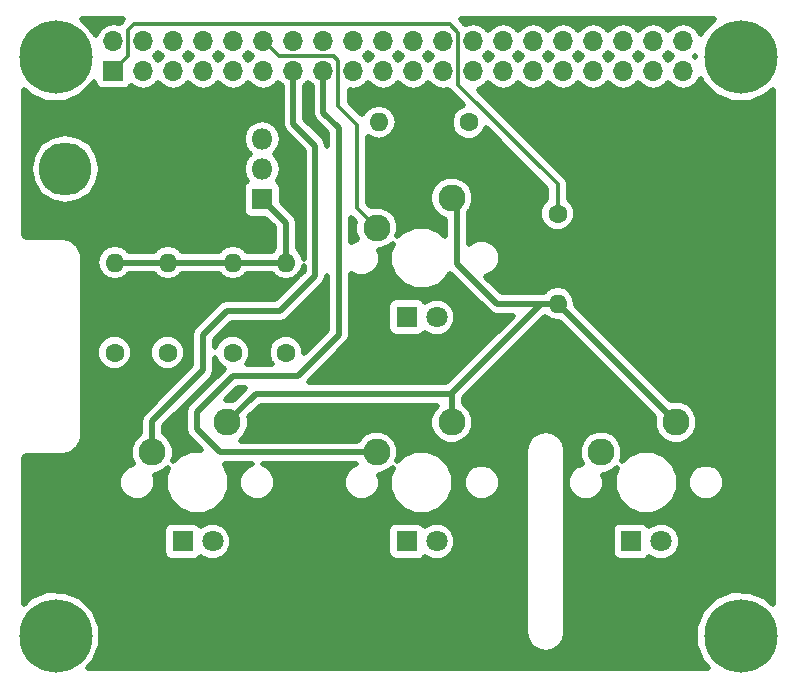
<source format=gtl>
G04 #@! TF.FileFunction,Copper,L1,Top,Signal*
%FSLAX46Y46*%
G04 Gerber Fmt 4.6, Leading zero omitted, Abs format (unit mm)*
G04 Created by KiCad (PCBNEW 4.0.6) date 07/21/17 15:12:10*
%MOMM*%
%LPD*%
G01*
G04 APERTURE LIST*
%ADD10C,0.100000*%
%ADD11O,4.500000X4.500000*%
%ADD12R,1.800000X1.800000*%
%ADD13O,1.800000X1.800000*%
%ADD14C,6.200000*%
%ADD15C,1.800000*%
%ADD16R,1.700000X1.700000*%
%ADD17O,1.700000X1.700000*%
%ADD18C,2.286000*%
%ADD19C,1.600000*%
%ADD20O,1.600000X1.600000*%
%ADD21C,0.375000*%
%ADD22C,0.500000*%
G04 APERTURE END LIST*
D10*
D11*
X48340000Y-86460000D03*
D12*
X65000000Y-89000000D03*
D13*
X65000000Y-86460000D03*
X65000000Y-83920000D03*
D14*
X47500000Y-126000000D03*
X105500000Y-126000000D03*
X105500000Y-77000000D03*
D12*
X77250000Y-99000000D03*
D15*
X79790000Y-99000000D03*
D12*
X58250000Y-118000000D03*
D15*
X60790000Y-118000000D03*
D12*
X77250000Y-118000000D03*
D15*
X79790000Y-118000000D03*
D12*
X96250000Y-118000000D03*
D15*
X98790000Y-118000000D03*
D16*
X52400000Y-78200000D03*
D17*
X52400000Y-75660000D03*
X54940000Y-78200000D03*
X54940000Y-75660000D03*
X57480000Y-78200000D03*
X57480000Y-75660000D03*
X60020000Y-78200000D03*
X60020000Y-75660000D03*
X62560000Y-78200000D03*
X62560000Y-75660000D03*
X65100000Y-78200000D03*
X65100000Y-75660000D03*
X67640000Y-78200000D03*
X67640000Y-75660000D03*
X70180000Y-78200000D03*
X70180000Y-75660000D03*
X72720000Y-78200000D03*
X72720000Y-75660000D03*
X75260000Y-78200000D03*
X75260000Y-75660000D03*
X77800000Y-78200000D03*
X77800000Y-75660000D03*
X80340000Y-78200000D03*
X80340000Y-75660000D03*
X82880000Y-78200000D03*
X82880000Y-75660000D03*
X85420000Y-78200000D03*
X85420000Y-75660000D03*
X87960000Y-78200000D03*
X87960000Y-75660000D03*
X90500000Y-78200000D03*
X90500000Y-75660000D03*
X93040000Y-78200000D03*
X93040000Y-75660000D03*
X95580000Y-78200000D03*
X95580000Y-75660000D03*
X98120000Y-78200000D03*
X98120000Y-75660000D03*
X100660000Y-78200000D03*
X100660000Y-75660000D03*
D18*
X81040000Y-88920000D03*
X74690000Y-91460000D03*
X62040000Y-107920000D03*
X55690000Y-110460000D03*
X81040000Y-107920000D03*
X74690000Y-110460000D03*
X100040000Y-107920000D03*
X93690000Y-110460000D03*
D14*
X47500000Y-77000000D03*
D19*
X90000000Y-90250000D03*
D20*
X90000000Y-97870000D03*
D19*
X82500000Y-82500000D03*
D20*
X74880000Y-82500000D03*
D19*
X62500000Y-102000000D03*
D20*
X62500000Y-94380000D03*
D19*
X67000000Y-102000000D03*
D20*
X67000000Y-94380000D03*
D19*
X52500000Y-102000000D03*
D20*
X52500000Y-94380000D03*
D19*
X57000000Y-102000000D03*
D20*
X57000000Y-94380000D03*
D21*
X90000000Y-90250000D02*
X90000000Y-87750000D01*
X53670000Y-76930000D02*
X52400000Y-78200000D01*
X53670000Y-74700000D02*
X53670000Y-76930000D01*
X54150000Y-74220000D02*
X53670000Y-74700000D01*
X80880000Y-74220000D02*
X54150000Y-74220000D01*
X81610000Y-74950000D02*
X80880000Y-74220000D01*
X81610000Y-79360000D02*
X81610000Y-74950000D01*
X90000000Y-87750000D02*
X81610000Y-79360000D01*
X65100000Y-75660000D02*
X65160000Y-75660000D01*
X65160000Y-75660000D02*
X66425000Y-76925000D01*
X66425000Y-76925000D02*
X71075000Y-76925000D01*
X71075000Y-76925000D02*
X71450000Y-77300000D01*
X71450000Y-77300000D02*
X71450000Y-81150000D01*
X71450000Y-81150000D02*
X73000000Y-82700000D01*
X73000000Y-82700000D02*
X73000000Y-89770000D01*
X73000000Y-89770000D02*
X74690000Y-91460000D01*
D22*
X55690000Y-110460000D02*
X55690000Y-107810000D01*
X67640000Y-82640000D02*
X67640000Y-78200000D01*
X69500000Y-84500000D02*
X67640000Y-82640000D01*
X69500000Y-95500000D02*
X69500000Y-84500000D01*
X66500000Y-98500000D02*
X69500000Y-95500000D01*
X62000000Y-98500000D02*
X66500000Y-98500000D01*
X60000000Y-100500000D02*
X62000000Y-98500000D01*
X60000000Y-103500000D02*
X60000000Y-100500000D01*
X55690000Y-107810000D02*
X60000000Y-103500000D01*
X55690000Y-110460000D02*
X56040000Y-110460000D01*
X74690000Y-110460000D02*
X61460000Y-110460000D01*
X70180000Y-81680000D02*
X70180000Y-78200000D01*
X71500000Y-83000000D02*
X70180000Y-81680000D01*
X71500000Y-100500000D02*
X71500000Y-83000000D01*
X68000000Y-104000000D02*
X71500000Y-100500000D01*
X62500000Y-104000000D02*
X68000000Y-104000000D01*
X59500000Y-107000000D02*
X62500000Y-104000000D01*
X59500000Y-108500000D02*
X59500000Y-107000000D01*
X61460000Y-110460000D02*
X59500000Y-108500000D01*
X93690000Y-110460000D02*
X94540000Y-110460000D01*
X67000000Y-94380000D02*
X67000000Y-91000000D01*
X67000000Y-91000000D02*
X65000000Y-89000000D01*
X62500000Y-94380000D02*
X67000000Y-94380000D01*
X57000000Y-94380000D02*
X62500000Y-94380000D01*
X52500000Y-94380000D02*
X57000000Y-94380000D01*
X81040000Y-105500000D02*
X64460000Y-105500000D01*
X64460000Y-105500000D02*
X62040000Y-107920000D01*
X90000000Y-97870000D02*
X88630000Y-97870000D01*
X81040000Y-105460000D02*
X81040000Y-105500000D01*
X81040000Y-105500000D02*
X81040000Y-107920000D01*
X88630000Y-97870000D02*
X81040000Y-105460000D01*
X90000000Y-97870000D02*
X90000000Y-97880000D01*
X90000000Y-97880000D02*
X100040000Y-107920000D01*
X90000000Y-97870000D02*
X84870000Y-97870000D01*
X81500000Y-94500000D02*
X81500000Y-89380000D01*
X84870000Y-97870000D02*
X81500000Y-94500000D01*
X81500000Y-89380000D02*
X81040000Y-88920000D01*
G36*
X102234226Y-79178001D02*
X103316303Y-80261968D01*
X104730828Y-80849330D01*
X106262453Y-80850667D01*
X107678001Y-80265774D01*
X108200000Y-79744685D01*
X108200000Y-123255237D01*
X107683697Y-122738032D01*
X106269172Y-122150670D01*
X104737547Y-122149333D01*
X103321999Y-122734226D01*
X102238032Y-123816303D01*
X101650670Y-125230828D01*
X101649333Y-126762453D01*
X102234226Y-128178001D01*
X102755315Y-128700000D01*
X50244763Y-128700000D01*
X50761968Y-128183697D01*
X51349330Y-126769172D01*
X51350667Y-125237547D01*
X50765774Y-123821999D01*
X49683697Y-122738032D01*
X48269172Y-122150670D01*
X46737547Y-122149333D01*
X45321999Y-122734226D01*
X44800000Y-123255315D01*
X44800000Y-117100000D01*
X56585307Y-117100000D01*
X56585307Y-118900000D01*
X56637604Y-119177933D01*
X56801862Y-119433198D01*
X57052492Y-119604446D01*
X57350000Y-119664693D01*
X59150000Y-119664693D01*
X59427933Y-119612396D01*
X59683198Y-119448138D01*
X59772998Y-119316712D01*
X59854130Y-119397986D01*
X60460355Y-119649713D01*
X61116765Y-119650285D01*
X61723429Y-119399617D01*
X62187986Y-118935870D01*
X62439713Y-118329645D01*
X62440285Y-117673235D01*
X62203430Y-117100000D01*
X75585307Y-117100000D01*
X75585307Y-118900000D01*
X75637604Y-119177933D01*
X75801862Y-119433198D01*
X76052492Y-119604446D01*
X76350000Y-119664693D01*
X78150000Y-119664693D01*
X78427933Y-119612396D01*
X78683198Y-119448138D01*
X78772998Y-119316712D01*
X78854130Y-119397986D01*
X79460355Y-119649713D01*
X80116765Y-119650285D01*
X80723429Y-119399617D01*
X81187986Y-118935870D01*
X81439713Y-118329645D01*
X81440285Y-117673235D01*
X81189617Y-117066571D01*
X80725870Y-116602014D01*
X80119645Y-116350287D01*
X79463235Y-116349715D01*
X78856571Y-116600383D01*
X78773261Y-116683547D01*
X78698138Y-116566802D01*
X78447508Y-116395554D01*
X78150000Y-116335307D01*
X76350000Y-116335307D01*
X76072067Y-116387604D01*
X75816802Y-116551862D01*
X75645554Y-116802492D01*
X75585307Y-117100000D01*
X62203430Y-117100000D01*
X62189617Y-117066571D01*
X61725870Y-116602014D01*
X61119645Y-116350287D01*
X60463235Y-116349715D01*
X59856571Y-116600383D01*
X59773261Y-116683547D01*
X59698138Y-116566802D01*
X59447508Y-116395554D01*
X59150000Y-116335307D01*
X57350000Y-116335307D01*
X57072067Y-116387604D01*
X56816802Y-116551862D01*
X56645554Y-116802492D01*
X56585307Y-117100000D01*
X44800000Y-117100000D01*
X44800000Y-111078791D01*
X44829703Y-110929462D01*
X44869661Y-110869661D01*
X44929462Y-110829703D01*
X45078791Y-110800000D01*
X48000000Y-110800000D01*
X48077281Y-110784628D01*
X48156072Y-110784628D01*
X48538749Y-110708509D01*
X48538755Y-110708509D01*
X48827139Y-110589056D01*
X49151561Y-110372284D01*
X49151564Y-110372283D01*
X49261923Y-110261923D01*
X49372283Y-110151564D01*
X49372284Y-110151561D01*
X49589056Y-109827139D01*
X49708509Y-109538755D01*
X49708509Y-109538750D01*
X49784628Y-109156072D01*
X49784628Y-109077281D01*
X49800000Y-109000000D01*
X49800000Y-102306961D01*
X50949732Y-102306961D01*
X51185208Y-102876857D01*
X51620849Y-103313260D01*
X52190333Y-103549730D01*
X52806961Y-103550268D01*
X53376857Y-103314792D01*
X53813260Y-102879151D01*
X54049730Y-102309667D01*
X54049732Y-102306961D01*
X55449732Y-102306961D01*
X55685208Y-102876857D01*
X56120849Y-103313260D01*
X56690333Y-103549730D01*
X57306961Y-103550268D01*
X57876857Y-103314792D01*
X58313260Y-102879151D01*
X58549730Y-102309667D01*
X58550268Y-101693039D01*
X58314792Y-101123143D01*
X57879151Y-100686740D01*
X57309667Y-100450270D01*
X56693039Y-100449732D01*
X56123143Y-100685208D01*
X55686740Y-101120849D01*
X55450270Y-101690333D01*
X55449732Y-102306961D01*
X54049732Y-102306961D01*
X54050268Y-101693039D01*
X53814792Y-101123143D01*
X53379151Y-100686740D01*
X52809667Y-100450270D01*
X52193039Y-100449732D01*
X51623143Y-100685208D01*
X51186740Y-101120849D01*
X50950270Y-101690333D01*
X50949732Y-102306961D01*
X49800000Y-102306961D01*
X49800000Y-94000000D01*
X49784628Y-93922719D01*
X49784628Y-93843928D01*
X49708509Y-93461250D01*
X49708509Y-93461245D01*
X49589056Y-93172861D01*
X49372283Y-92848437D01*
X49372283Y-92848436D01*
X49261923Y-92738077D01*
X49151564Y-92627717D01*
X49151561Y-92627716D01*
X48827139Y-92410944D01*
X48538755Y-92291491D01*
X48538749Y-92291491D01*
X48156072Y-92215372D01*
X48077281Y-92215372D01*
X48000000Y-92200000D01*
X45078791Y-92200000D01*
X44929462Y-92170297D01*
X44869661Y-92130339D01*
X44829703Y-92070538D01*
X44800000Y-91921209D01*
X44800000Y-86401227D01*
X45340000Y-86401227D01*
X45340000Y-86518773D01*
X45568361Y-87666823D01*
X46218680Y-88640093D01*
X47191950Y-89290412D01*
X48340000Y-89518773D01*
X49488050Y-89290412D01*
X50461320Y-88640093D01*
X51111639Y-87666823D01*
X51340000Y-86518773D01*
X51340000Y-86401227D01*
X51111639Y-85253177D01*
X50461320Y-84279907D01*
X49488050Y-83629588D01*
X48340000Y-83401227D01*
X47191950Y-83629588D01*
X46218680Y-84279907D01*
X45568361Y-85253177D01*
X45340000Y-86401227D01*
X44800000Y-86401227D01*
X44800000Y-79744763D01*
X45316303Y-80261968D01*
X46730828Y-80849330D01*
X48262453Y-80850667D01*
X49678001Y-80265774D01*
X50761968Y-79183697D01*
X50795341Y-79103326D01*
X50837604Y-79327933D01*
X51001862Y-79583198D01*
X51252492Y-79754446D01*
X51550000Y-79814693D01*
X53250000Y-79814693D01*
X53527933Y-79762396D01*
X53783198Y-79598138D01*
X53901606Y-79424842D01*
X54327707Y-79709553D01*
X54940000Y-79831346D01*
X55552293Y-79709553D01*
X56071371Y-79362717D01*
X56210000Y-79155244D01*
X56348629Y-79362717D01*
X56867707Y-79709553D01*
X57480000Y-79831346D01*
X58092293Y-79709553D01*
X58611371Y-79362717D01*
X58750000Y-79155244D01*
X58888629Y-79362717D01*
X59407707Y-79709553D01*
X60020000Y-79831346D01*
X60632293Y-79709553D01*
X61151371Y-79362717D01*
X61290000Y-79155244D01*
X61428629Y-79362717D01*
X61947707Y-79709553D01*
X62560000Y-79831346D01*
X63172293Y-79709553D01*
X63691371Y-79362717D01*
X63830000Y-79155244D01*
X63968629Y-79362717D01*
X64487707Y-79709553D01*
X65100000Y-79831346D01*
X65712293Y-79709553D01*
X66231371Y-79362717D01*
X66370000Y-79155244D01*
X66508629Y-79362717D01*
X66640000Y-79450496D01*
X66640000Y-82640000D01*
X66716120Y-83022684D01*
X66932893Y-83347107D01*
X68500000Y-84914214D01*
X68500000Y-94098268D01*
X68432013Y-93756475D01*
X68096016Y-93253618D01*
X68000000Y-93189462D01*
X68000000Y-91000000D01*
X67923880Y-90617317D01*
X67707107Y-90292893D01*
X66664693Y-89250479D01*
X66664693Y-88100000D01*
X66612396Y-87822067D01*
X66448138Y-87566802D01*
X66297252Y-87463706D01*
X66524401Y-87123753D01*
X66650000Y-86492325D01*
X66650000Y-86427675D01*
X66524401Y-85796247D01*
X66166726Y-85260949D01*
X66060543Y-85190000D01*
X66166726Y-85119051D01*
X66524401Y-84583753D01*
X66650000Y-83952325D01*
X66650000Y-83887675D01*
X66524401Y-83256247D01*
X66166726Y-82720949D01*
X65631428Y-82363274D01*
X65000000Y-82237675D01*
X64368572Y-82363274D01*
X63833274Y-82720949D01*
X63475599Y-83256247D01*
X63350000Y-83887675D01*
X63350000Y-83952325D01*
X63475599Y-84583753D01*
X63833274Y-85119051D01*
X63939457Y-85190000D01*
X63833274Y-85260949D01*
X63475599Y-85796247D01*
X63350000Y-86427675D01*
X63350000Y-86492325D01*
X63475599Y-87123753D01*
X63703065Y-87464179D01*
X63566802Y-87551862D01*
X63395554Y-87802492D01*
X63335307Y-88100000D01*
X63335307Y-89900000D01*
X63387604Y-90177933D01*
X63551862Y-90433198D01*
X63802492Y-90604446D01*
X64100000Y-90664693D01*
X65250479Y-90664693D01*
X66000000Y-91414214D01*
X66000000Y-93189462D01*
X65903984Y-93253618D01*
X65819539Y-93380000D01*
X63680461Y-93380000D01*
X63596016Y-93253618D01*
X63093159Y-92917621D01*
X62500000Y-92799634D01*
X61906841Y-92917621D01*
X61403984Y-93253618D01*
X61319539Y-93380000D01*
X58180461Y-93380000D01*
X58096016Y-93253618D01*
X57593159Y-92917621D01*
X57000000Y-92799634D01*
X56406841Y-92917621D01*
X55903984Y-93253618D01*
X55819539Y-93380000D01*
X53680461Y-93380000D01*
X53596016Y-93253618D01*
X53093159Y-92917621D01*
X52500000Y-92799634D01*
X51906841Y-92917621D01*
X51403984Y-93253618D01*
X51067987Y-93756475D01*
X50950000Y-94349634D01*
X50950000Y-94410366D01*
X51067987Y-95003525D01*
X51403984Y-95506382D01*
X51906841Y-95842379D01*
X52500000Y-95960366D01*
X53093159Y-95842379D01*
X53596016Y-95506382D01*
X53680461Y-95380000D01*
X55819539Y-95380000D01*
X55903984Y-95506382D01*
X56406841Y-95842379D01*
X57000000Y-95960366D01*
X57593159Y-95842379D01*
X58096016Y-95506382D01*
X58180461Y-95380000D01*
X61319539Y-95380000D01*
X61403984Y-95506382D01*
X61906841Y-95842379D01*
X62500000Y-95960366D01*
X63093159Y-95842379D01*
X63596016Y-95506382D01*
X63680461Y-95380000D01*
X65819539Y-95380000D01*
X65903984Y-95506382D01*
X66406841Y-95842379D01*
X67000000Y-95960366D01*
X67593159Y-95842379D01*
X68045953Y-95539833D01*
X66085786Y-97500000D01*
X62000000Y-97500000D01*
X61617317Y-97576120D01*
X61617315Y-97576121D01*
X61617316Y-97576121D01*
X61292893Y-97792893D01*
X59292893Y-99792893D01*
X59076120Y-100117316D01*
X59076120Y-100117317D01*
X59000000Y-100500000D01*
X59000000Y-103085787D01*
X54982893Y-107102893D01*
X54766120Y-107427316D01*
X54742689Y-107545111D01*
X54690000Y-107810000D01*
X54690000Y-108824963D01*
X54619103Y-108854257D01*
X54086129Y-109386302D01*
X53797329Y-110081807D01*
X53796672Y-110834889D01*
X54040370Y-111424684D01*
X53514348Y-111642032D01*
X53063615Y-112091979D01*
X52819379Y-112680164D01*
X52818823Y-113317042D01*
X53062032Y-113905652D01*
X53511979Y-114356385D01*
X54100164Y-114600621D01*
X54737042Y-114601177D01*
X55325652Y-114357968D01*
X55776385Y-113908021D01*
X56020621Y-113319836D01*
X56021177Y-112682958D01*
X55884912Y-112353171D01*
X56064889Y-112353328D01*
X56760897Y-112065743D01*
X57027324Y-111799781D01*
X56756578Y-112451810D01*
X56755625Y-113543401D01*
X57172479Y-114552264D01*
X57943676Y-115324809D01*
X58951810Y-115743422D01*
X60043401Y-115744375D01*
X61052264Y-115327521D01*
X61824809Y-114556324D01*
X62243422Y-113548190D01*
X62244375Y-112456599D01*
X61832588Y-111460000D01*
X64114899Y-111460000D01*
X63674348Y-111642032D01*
X63223615Y-112091979D01*
X62979379Y-112680164D01*
X62978823Y-113317042D01*
X63222032Y-113905652D01*
X63671979Y-114356385D01*
X64260164Y-114600621D01*
X64897042Y-114601177D01*
X65485652Y-114357968D01*
X65936385Y-113908021D01*
X66180621Y-113319836D01*
X66181177Y-112682958D01*
X65937968Y-112094348D01*
X65488021Y-111643615D01*
X65045827Y-111460000D01*
X72954899Y-111460000D01*
X72514348Y-111642032D01*
X72063615Y-112091979D01*
X71819379Y-112680164D01*
X71818823Y-113317042D01*
X72062032Y-113905652D01*
X72511979Y-114356385D01*
X73100164Y-114600621D01*
X73737042Y-114601177D01*
X74325652Y-114357968D01*
X74776385Y-113908021D01*
X75020621Y-113319836D01*
X75021177Y-112682958D01*
X74884912Y-112353171D01*
X75064889Y-112353328D01*
X75760897Y-112065743D01*
X76027324Y-111799781D01*
X75756578Y-112451810D01*
X75755625Y-113543401D01*
X76172479Y-114552264D01*
X76943676Y-115324809D01*
X77951810Y-115743422D01*
X79043401Y-115744375D01*
X80052264Y-115327521D01*
X80824809Y-114556324D01*
X81243422Y-113548190D01*
X81243623Y-113317042D01*
X81978823Y-113317042D01*
X82222032Y-113905652D01*
X82671979Y-114356385D01*
X83260164Y-114600621D01*
X83897042Y-114601177D01*
X84485652Y-114357968D01*
X84936385Y-113908021D01*
X85180621Y-113319836D01*
X85181177Y-112682958D01*
X84937968Y-112094348D01*
X84488021Y-111643615D01*
X83899836Y-111399379D01*
X83262958Y-111398823D01*
X82674348Y-111642032D01*
X82223615Y-112091979D01*
X81979379Y-112680164D01*
X81978823Y-113317042D01*
X81243623Y-113317042D01*
X81244375Y-112456599D01*
X80827521Y-111447736D01*
X80056324Y-110675191D01*
X79197995Y-110318782D01*
X87250000Y-110318782D01*
X87250000Y-125681218D01*
X87383211Y-126350914D01*
X87762563Y-126918655D01*
X88330304Y-127298007D01*
X89000000Y-127431218D01*
X89669696Y-127298007D01*
X90237437Y-126918655D01*
X90616789Y-126350914D01*
X90750000Y-125681218D01*
X90750000Y-117100000D01*
X94585307Y-117100000D01*
X94585307Y-118900000D01*
X94637604Y-119177933D01*
X94801862Y-119433198D01*
X95052492Y-119604446D01*
X95350000Y-119664693D01*
X97150000Y-119664693D01*
X97427933Y-119612396D01*
X97683198Y-119448138D01*
X97772998Y-119316712D01*
X97854130Y-119397986D01*
X98460355Y-119649713D01*
X99116765Y-119650285D01*
X99723429Y-119399617D01*
X100187986Y-118935870D01*
X100439713Y-118329645D01*
X100440285Y-117673235D01*
X100189617Y-117066571D01*
X99725870Y-116602014D01*
X99119645Y-116350287D01*
X98463235Y-116349715D01*
X97856571Y-116600383D01*
X97773261Y-116683547D01*
X97698138Y-116566802D01*
X97447508Y-116395554D01*
X97150000Y-116335307D01*
X95350000Y-116335307D01*
X95072067Y-116387604D01*
X94816802Y-116551862D01*
X94645554Y-116802492D01*
X94585307Y-117100000D01*
X90750000Y-117100000D01*
X90750000Y-113317042D01*
X90818823Y-113317042D01*
X91062032Y-113905652D01*
X91511979Y-114356385D01*
X92100164Y-114600621D01*
X92737042Y-114601177D01*
X93325652Y-114357968D01*
X93776385Y-113908021D01*
X94020621Y-113319836D01*
X94021177Y-112682958D01*
X93884912Y-112353171D01*
X94064889Y-112353328D01*
X94760897Y-112065743D01*
X95027324Y-111799781D01*
X94756578Y-112451810D01*
X94755625Y-113543401D01*
X95172479Y-114552264D01*
X95943676Y-115324809D01*
X96951810Y-115743422D01*
X98043401Y-115744375D01*
X99052264Y-115327521D01*
X99824809Y-114556324D01*
X100243422Y-113548190D01*
X100243623Y-113317042D01*
X100978823Y-113317042D01*
X101222032Y-113905652D01*
X101671979Y-114356385D01*
X102260164Y-114600621D01*
X102897042Y-114601177D01*
X103485652Y-114357968D01*
X103936385Y-113908021D01*
X104180621Y-113319836D01*
X104181177Y-112682958D01*
X103937968Y-112094348D01*
X103488021Y-111643615D01*
X102899836Y-111399379D01*
X102262958Y-111398823D01*
X101674348Y-111642032D01*
X101223615Y-112091979D01*
X100979379Y-112680164D01*
X100978823Y-113317042D01*
X100243623Y-113317042D01*
X100244375Y-112456599D01*
X99827521Y-111447736D01*
X99056324Y-110675191D01*
X98048190Y-110256578D01*
X96956599Y-110255625D01*
X95947736Y-110672479D01*
X95441739Y-111177593D01*
X95582671Y-110838193D01*
X95583328Y-110085111D01*
X95295743Y-109389103D01*
X94763698Y-108856129D01*
X94068193Y-108567329D01*
X93315111Y-108566672D01*
X92619103Y-108854257D01*
X92086129Y-109386302D01*
X91797329Y-110081807D01*
X91796672Y-110834889D01*
X92040370Y-111424684D01*
X91514348Y-111642032D01*
X91063615Y-112091979D01*
X90819379Y-112680164D01*
X90818823Y-113317042D01*
X90750000Y-113317042D01*
X90750000Y-110318782D01*
X90616789Y-109649086D01*
X90237437Y-109081345D01*
X89669696Y-108701993D01*
X89000000Y-108568782D01*
X88330304Y-108701993D01*
X87762563Y-109081345D01*
X87383211Y-109649086D01*
X87250000Y-110318782D01*
X79197995Y-110318782D01*
X79048190Y-110256578D01*
X77956599Y-110255625D01*
X76947736Y-110672479D01*
X76441739Y-111177593D01*
X76582671Y-110838193D01*
X76583328Y-110085111D01*
X76295743Y-109389103D01*
X75763698Y-108856129D01*
X75068193Y-108567329D01*
X74315111Y-108566672D01*
X73619103Y-108854257D01*
X73086129Y-109386302D01*
X73055527Y-109460000D01*
X63176755Y-109460000D01*
X63643871Y-108993698D01*
X63932671Y-108298193D01*
X63933328Y-107545111D01*
X63902854Y-107471360D01*
X64874214Y-106500000D01*
X79783036Y-106500000D01*
X79436129Y-106846302D01*
X79147329Y-107541807D01*
X79146672Y-108294889D01*
X79434257Y-108990897D01*
X79966302Y-109523871D01*
X80661807Y-109812671D01*
X81414889Y-109813328D01*
X82110897Y-109525743D01*
X82643871Y-108993698D01*
X82932671Y-108298193D01*
X82933328Y-107545111D01*
X82645743Y-106849103D01*
X82113698Y-106316129D01*
X82040000Y-106285527D01*
X82040000Y-105874214D01*
X88912285Y-99001929D01*
X89406841Y-99332379D01*
X90000000Y-99450366D01*
X90130245Y-99424459D01*
X98176747Y-107470961D01*
X98147329Y-107541807D01*
X98146672Y-108294889D01*
X98434257Y-108990897D01*
X98966302Y-109523871D01*
X99661807Y-109812671D01*
X100414889Y-109813328D01*
X101110897Y-109525743D01*
X101643871Y-108993698D01*
X101932671Y-108298193D01*
X101933328Y-107545111D01*
X101645743Y-106849103D01*
X101113698Y-106316129D01*
X100418193Y-106027329D01*
X99665111Y-106026672D01*
X99591360Y-106057146D01*
X91530851Y-97996637D01*
X91550000Y-97900366D01*
X91550000Y-97839634D01*
X91432013Y-97246475D01*
X91096016Y-96743618D01*
X90593159Y-96407621D01*
X90000000Y-96289634D01*
X89406841Y-96407621D01*
X88903984Y-96743618D01*
X88819539Y-96870000D01*
X85284214Y-96870000D01*
X83980788Y-95566574D01*
X84485652Y-95357968D01*
X84936385Y-94908021D01*
X85180621Y-94319836D01*
X85181177Y-93682958D01*
X84937968Y-93094348D01*
X84488021Y-92643615D01*
X83899836Y-92399379D01*
X83262958Y-92398823D01*
X82674348Y-92642032D01*
X82500000Y-92816076D01*
X82500000Y-90137318D01*
X82643871Y-89993698D01*
X82932671Y-89298193D01*
X82933328Y-88545111D01*
X82645743Y-87849103D01*
X82113698Y-87316129D01*
X81418193Y-87027329D01*
X80665111Y-87026672D01*
X79969103Y-87314257D01*
X79436129Y-87846302D01*
X79147329Y-88541807D01*
X79146672Y-89294889D01*
X79434257Y-89990897D01*
X79966302Y-90523871D01*
X80500000Y-90745483D01*
X80500000Y-92119643D01*
X80056324Y-91675191D01*
X79048190Y-91256578D01*
X77956599Y-91255625D01*
X76947736Y-91672479D01*
X76441739Y-92177593D01*
X76582671Y-91838193D01*
X76583328Y-91085111D01*
X76295743Y-90389103D01*
X75763698Y-89856129D01*
X75068193Y-89567329D01*
X74315111Y-89566672D01*
X74178815Y-89622989D01*
X73937500Y-89381674D01*
X73937500Y-83718882D01*
X74256475Y-83932013D01*
X74849634Y-84050000D01*
X74910366Y-84050000D01*
X75503525Y-83932013D01*
X76006382Y-83596016D01*
X76342379Y-83093159D01*
X76460366Y-82500000D01*
X76342379Y-81906841D01*
X76006382Y-81403984D01*
X75503525Y-81067987D01*
X74910366Y-80950000D01*
X74849634Y-80950000D01*
X74256475Y-81067987D01*
X73753618Y-81403984D01*
X73463702Y-81837876D01*
X72387500Y-80761674D01*
X72387500Y-79765207D01*
X72720000Y-79831346D01*
X73332293Y-79709553D01*
X73851371Y-79362717D01*
X73990000Y-79155244D01*
X74128629Y-79362717D01*
X74647707Y-79709553D01*
X75260000Y-79831346D01*
X75872293Y-79709553D01*
X76391371Y-79362717D01*
X76530000Y-79155244D01*
X76668629Y-79362717D01*
X77187707Y-79709553D01*
X77800000Y-79831346D01*
X78412293Y-79709553D01*
X78931371Y-79362717D01*
X79070000Y-79155244D01*
X79208629Y-79362717D01*
X79727707Y-79709553D01*
X80340000Y-79831346D01*
X80762882Y-79747229D01*
X80947087Y-80022913D01*
X81967215Y-81043041D01*
X81623143Y-81185208D01*
X81186740Y-81620849D01*
X80950270Y-82190333D01*
X80949732Y-82806961D01*
X81185208Y-83376857D01*
X81620849Y-83813260D01*
X82190333Y-84049730D01*
X82806961Y-84050268D01*
X83376857Y-83814792D01*
X83813260Y-83379151D01*
X83957047Y-83032873D01*
X89062500Y-88138325D01*
X89062500Y-88995745D01*
X88686740Y-89370849D01*
X88450270Y-89940333D01*
X88449732Y-90556961D01*
X88685208Y-91126857D01*
X89120849Y-91563260D01*
X89690333Y-91799730D01*
X90306961Y-91800268D01*
X90876857Y-91564792D01*
X91313260Y-91129151D01*
X91549730Y-90559667D01*
X91550268Y-89943039D01*
X91314792Y-89373143D01*
X90937500Y-88995191D01*
X90937500Y-87750005D01*
X90937501Y-87750000D01*
X90866137Y-87391235D01*
X90866137Y-87391234D01*
X90662913Y-87087087D01*
X90662910Y-87087085D01*
X83319708Y-79743882D01*
X83492293Y-79709553D01*
X84011371Y-79362717D01*
X84150000Y-79155244D01*
X84288629Y-79362717D01*
X84807707Y-79709553D01*
X85420000Y-79831346D01*
X86032293Y-79709553D01*
X86551371Y-79362717D01*
X86690000Y-79155244D01*
X86828629Y-79362717D01*
X87347707Y-79709553D01*
X87960000Y-79831346D01*
X88572293Y-79709553D01*
X89091371Y-79362717D01*
X89230000Y-79155244D01*
X89368629Y-79362717D01*
X89887707Y-79709553D01*
X90500000Y-79831346D01*
X91112293Y-79709553D01*
X91631371Y-79362717D01*
X91770000Y-79155244D01*
X91908629Y-79362717D01*
X92427707Y-79709553D01*
X93040000Y-79831346D01*
X93652293Y-79709553D01*
X94171371Y-79362717D01*
X94310000Y-79155244D01*
X94448629Y-79362717D01*
X94967707Y-79709553D01*
X95580000Y-79831346D01*
X96192293Y-79709553D01*
X96711371Y-79362717D01*
X96850000Y-79155244D01*
X96988629Y-79362717D01*
X97507707Y-79709553D01*
X98120000Y-79831346D01*
X98732293Y-79709553D01*
X99251371Y-79362717D01*
X99390000Y-79155244D01*
X99528629Y-79362717D01*
X100047707Y-79709553D01*
X100660000Y-79831346D01*
X101272293Y-79709553D01*
X101791371Y-79362717D01*
X102112171Y-78882605D01*
X102234226Y-79178001D01*
X102234226Y-79178001D01*
G37*
X102234226Y-79178001D02*
X103316303Y-80261968D01*
X104730828Y-80849330D01*
X106262453Y-80850667D01*
X107678001Y-80265774D01*
X108200000Y-79744685D01*
X108200000Y-123255237D01*
X107683697Y-122738032D01*
X106269172Y-122150670D01*
X104737547Y-122149333D01*
X103321999Y-122734226D01*
X102238032Y-123816303D01*
X101650670Y-125230828D01*
X101649333Y-126762453D01*
X102234226Y-128178001D01*
X102755315Y-128700000D01*
X50244763Y-128700000D01*
X50761968Y-128183697D01*
X51349330Y-126769172D01*
X51350667Y-125237547D01*
X50765774Y-123821999D01*
X49683697Y-122738032D01*
X48269172Y-122150670D01*
X46737547Y-122149333D01*
X45321999Y-122734226D01*
X44800000Y-123255315D01*
X44800000Y-117100000D01*
X56585307Y-117100000D01*
X56585307Y-118900000D01*
X56637604Y-119177933D01*
X56801862Y-119433198D01*
X57052492Y-119604446D01*
X57350000Y-119664693D01*
X59150000Y-119664693D01*
X59427933Y-119612396D01*
X59683198Y-119448138D01*
X59772998Y-119316712D01*
X59854130Y-119397986D01*
X60460355Y-119649713D01*
X61116765Y-119650285D01*
X61723429Y-119399617D01*
X62187986Y-118935870D01*
X62439713Y-118329645D01*
X62440285Y-117673235D01*
X62203430Y-117100000D01*
X75585307Y-117100000D01*
X75585307Y-118900000D01*
X75637604Y-119177933D01*
X75801862Y-119433198D01*
X76052492Y-119604446D01*
X76350000Y-119664693D01*
X78150000Y-119664693D01*
X78427933Y-119612396D01*
X78683198Y-119448138D01*
X78772998Y-119316712D01*
X78854130Y-119397986D01*
X79460355Y-119649713D01*
X80116765Y-119650285D01*
X80723429Y-119399617D01*
X81187986Y-118935870D01*
X81439713Y-118329645D01*
X81440285Y-117673235D01*
X81189617Y-117066571D01*
X80725870Y-116602014D01*
X80119645Y-116350287D01*
X79463235Y-116349715D01*
X78856571Y-116600383D01*
X78773261Y-116683547D01*
X78698138Y-116566802D01*
X78447508Y-116395554D01*
X78150000Y-116335307D01*
X76350000Y-116335307D01*
X76072067Y-116387604D01*
X75816802Y-116551862D01*
X75645554Y-116802492D01*
X75585307Y-117100000D01*
X62203430Y-117100000D01*
X62189617Y-117066571D01*
X61725870Y-116602014D01*
X61119645Y-116350287D01*
X60463235Y-116349715D01*
X59856571Y-116600383D01*
X59773261Y-116683547D01*
X59698138Y-116566802D01*
X59447508Y-116395554D01*
X59150000Y-116335307D01*
X57350000Y-116335307D01*
X57072067Y-116387604D01*
X56816802Y-116551862D01*
X56645554Y-116802492D01*
X56585307Y-117100000D01*
X44800000Y-117100000D01*
X44800000Y-111078791D01*
X44829703Y-110929462D01*
X44869661Y-110869661D01*
X44929462Y-110829703D01*
X45078791Y-110800000D01*
X48000000Y-110800000D01*
X48077281Y-110784628D01*
X48156072Y-110784628D01*
X48538749Y-110708509D01*
X48538755Y-110708509D01*
X48827139Y-110589056D01*
X49151561Y-110372284D01*
X49151564Y-110372283D01*
X49261923Y-110261923D01*
X49372283Y-110151564D01*
X49372284Y-110151561D01*
X49589056Y-109827139D01*
X49708509Y-109538755D01*
X49708509Y-109538750D01*
X49784628Y-109156072D01*
X49784628Y-109077281D01*
X49800000Y-109000000D01*
X49800000Y-102306961D01*
X50949732Y-102306961D01*
X51185208Y-102876857D01*
X51620849Y-103313260D01*
X52190333Y-103549730D01*
X52806961Y-103550268D01*
X53376857Y-103314792D01*
X53813260Y-102879151D01*
X54049730Y-102309667D01*
X54049732Y-102306961D01*
X55449732Y-102306961D01*
X55685208Y-102876857D01*
X56120849Y-103313260D01*
X56690333Y-103549730D01*
X57306961Y-103550268D01*
X57876857Y-103314792D01*
X58313260Y-102879151D01*
X58549730Y-102309667D01*
X58550268Y-101693039D01*
X58314792Y-101123143D01*
X57879151Y-100686740D01*
X57309667Y-100450270D01*
X56693039Y-100449732D01*
X56123143Y-100685208D01*
X55686740Y-101120849D01*
X55450270Y-101690333D01*
X55449732Y-102306961D01*
X54049732Y-102306961D01*
X54050268Y-101693039D01*
X53814792Y-101123143D01*
X53379151Y-100686740D01*
X52809667Y-100450270D01*
X52193039Y-100449732D01*
X51623143Y-100685208D01*
X51186740Y-101120849D01*
X50950270Y-101690333D01*
X50949732Y-102306961D01*
X49800000Y-102306961D01*
X49800000Y-94000000D01*
X49784628Y-93922719D01*
X49784628Y-93843928D01*
X49708509Y-93461250D01*
X49708509Y-93461245D01*
X49589056Y-93172861D01*
X49372283Y-92848437D01*
X49372283Y-92848436D01*
X49261923Y-92738077D01*
X49151564Y-92627717D01*
X49151561Y-92627716D01*
X48827139Y-92410944D01*
X48538755Y-92291491D01*
X48538749Y-92291491D01*
X48156072Y-92215372D01*
X48077281Y-92215372D01*
X48000000Y-92200000D01*
X45078791Y-92200000D01*
X44929462Y-92170297D01*
X44869661Y-92130339D01*
X44829703Y-92070538D01*
X44800000Y-91921209D01*
X44800000Y-86401227D01*
X45340000Y-86401227D01*
X45340000Y-86518773D01*
X45568361Y-87666823D01*
X46218680Y-88640093D01*
X47191950Y-89290412D01*
X48340000Y-89518773D01*
X49488050Y-89290412D01*
X50461320Y-88640093D01*
X51111639Y-87666823D01*
X51340000Y-86518773D01*
X51340000Y-86401227D01*
X51111639Y-85253177D01*
X50461320Y-84279907D01*
X49488050Y-83629588D01*
X48340000Y-83401227D01*
X47191950Y-83629588D01*
X46218680Y-84279907D01*
X45568361Y-85253177D01*
X45340000Y-86401227D01*
X44800000Y-86401227D01*
X44800000Y-79744763D01*
X45316303Y-80261968D01*
X46730828Y-80849330D01*
X48262453Y-80850667D01*
X49678001Y-80265774D01*
X50761968Y-79183697D01*
X50795341Y-79103326D01*
X50837604Y-79327933D01*
X51001862Y-79583198D01*
X51252492Y-79754446D01*
X51550000Y-79814693D01*
X53250000Y-79814693D01*
X53527933Y-79762396D01*
X53783198Y-79598138D01*
X53901606Y-79424842D01*
X54327707Y-79709553D01*
X54940000Y-79831346D01*
X55552293Y-79709553D01*
X56071371Y-79362717D01*
X56210000Y-79155244D01*
X56348629Y-79362717D01*
X56867707Y-79709553D01*
X57480000Y-79831346D01*
X58092293Y-79709553D01*
X58611371Y-79362717D01*
X58750000Y-79155244D01*
X58888629Y-79362717D01*
X59407707Y-79709553D01*
X60020000Y-79831346D01*
X60632293Y-79709553D01*
X61151371Y-79362717D01*
X61290000Y-79155244D01*
X61428629Y-79362717D01*
X61947707Y-79709553D01*
X62560000Y-79831346D01*
X63172293Y-79709553D01*
X63691371Y-79362717D01*
X63830000Y-79155244D01*
X63968629Y-79362717D01*
X64487707Y-79709553D01*
X65100000Y-79831346D01*
X65712293Y-79709553D01*
X66231371Y-79362717D01*
X66370000Y-79155244D01*
X66508629Y-79362717D01*
X66640000Y-79450496D01*
X66640000Y-82640000D01*
X66716120Y-83022684D01*
X66932893Y-83347107D01*
X68500000Y-84914214D01*
X68500000Y-94098268D01*
X68432013Y-93756475D01*
X68096016Y-93253618D01*
X68000000Y-93189462D01*
X68000000Y-91000000D01*
X67923880Y-90617317D01*
X67707107Y-90292893D01*
X66664693Y-89250479D01*
X66664693Y-88100000D01*
X66612396Y-87822067D01*
X66448138Y-87566802D01*
X66297252Y-87463706D01*
X66524401Y-87123753D01*
X66650000Y-86492325D01*
X66650000Y-86427675D01*
X66524401Y-85796247D01*
X66166726Y-85260949D01*
X66060543Y-85190000D01*
X66166726Y-85119051D01*
X66524401Y-84583753D01*
X66650000Y-83952325D01*
X66650000Y-83887675D01*
X66524401Y-83256247D01*
X66166726Y-82720949D01*
X65631428Y-82363274D01*
X65000000Y-82237675D01*
X64368572Y-82363274D01*
X63833274Y-82720949D01*
X63475599Y-83256247D01*
X63350000Y-83887675D01*
X63350000Y-83952325D01*
X63475599Y-84583753D01*
X63833274Y-85119051D01*
X63939457Y-85190000D01*
X63833274Y-85260949D01*
X63475599Y-85796247D01*
X63350000Y-86427675D01*
X63350000Y-86492325D01*
X63475599Y-87123753D01*
X63703065Y-87464179D01*
X63566802Y-87551862D01*
X63395554Y-87802492D01*
X63335307Y-88100000D01*
X63335307Y-89900000D01*
X63387604Y-90177933D01*
X63551862Y-90433198D01*
X63802492Y-90604446D01*
X64100000Y-90664693D01*
X65250479Y-90664693D01*
X66000000Y-91414214D01*
X66000000Y-93189462D01*
X65903984Y-93253618D01*
X65819539Y-93380000D01*
X63680461Y-93380000D01*
X63596016Y-93253618D01*
X63093159Y-92917621D01*
X62500000Y-92799634D01*
X61906841Y-92917621D01*
X61403984Y-93253618D01*
X61319539Y-93380000D01*
X58180461Y-93380000D01*
X58096016Y-93253618D01*
X57593159Y-92917621D01*
X57000000Y-92799634D01*
X56406841Y-92917621D01*
X55903984Y-93253618D01*
X55819539Y-93380000D01*
X53680461Y-93380000D01*
X53596016Y-93253618D01*
X53093159Y-92917621D01*
X52500000Y-92799634D01*
X51906841Y-92917621D01*
X51403984Y-93253618D01*
X51067987Y-93756475D01*
X50950000Y-94349634D01*
X50950000Y-94410366D01*
X51067987Y-95003525D01*
X51403984Y-95506382D01*
X51906841Y-95842379D01*
X52500000Y-95960366D01*
X53093159Y-95842379D01*
X53596016Y-95506382D01*
X53680461Y-95380000D01*
X55819539Y-95380000D01*
X55903984Y-95506382D01*
X56406841Y-95842379D01*
X57000000Y-95960366D01*
X57593159Y-95842379D01*
X58096016Y-95506382D01*
X58180461Y-95380000D01*
X61319539Y-95380000D01*
X61403984Y-95506382D01*
X61906841Y-95842379D01*
X62500000Y-95960366D01*
X63093159Y-95842379D01*
X63596016Y-95506382D01*
X63680461Y-95380000D01*
X65819539Y-95380000D01*
X65903984Y-95506382D01*
X66406841Y-95842379D01*
X67000000Y-95960366D01*
X67593159Y-95842379D01*
X68045953Y-95539833D01*
X66085786Y-97500000D01*
X62000000Y-97500000D01*
X61617317Y-97576120D01*
X61617315Y-97576121D01*
X61617316Y-97576121D01*
X61292893Y-97792893D01*
X59292893Y-99792893D01*
X59076120Y-100117316D01*
X59076120Y-100117317D01*
X59000000Y-100500000D01*
X59000000Y-103085787D01*
X54982893Y-107102893D01*
X54766120Y-107427316D01*
X54742689Y-107545111D01*
X54690000Y-107810000D01*
X54690000Y-108824963D01*
X54619103Y-108854257D01*
X54086129Y-109386302D01*
X53797329Y-110081807D01*
X53796672Y-110834889D01*
X54040370Y-111424684D01*
X53514348Y-111642032D01*
X53063615Y-112091979D01*
X52819379Y-112680164D01*
X52818823Y-113317042D01*
X53062032Y-113905652D01*
X53511979Y-114356385D01*
X54100164Y-114600621D01*
X54737042Y-114601177D01*
X55325652Y-114357968D01*
X55776385Y-113908021D01*
X56020621Y-113319836D01*
X56021177Y-112682958D01*
X55884912Y-112353171D01*
X56064889Y-112353328D01*
X56760897Y-112065743D01*
X57027324Y-111799781D01*
X56756578Y-112451810D01*
X56755625Y-113543401D01*
X57172479Y-114552264D01*
X57943676Y-115324809D01*
X58951810Y-115743422D01*
X60043401Y-115744375D01*
X61052264Y-115327521D01*
X61824809Y-114556324D01*
X62243422Y-113548190D01*
X62244375Y-112456599D01*
X61832588Y-111460000D01*
X64114899Y-111460000D01*
X63674348Y-111642032D01*
X63223615Y-112091979D01*
X62979379Y-112680164D01*
X62978823Y-113317042D01*
X63222032Y-113905652D01*
X63671979Y-114356385D01*
X64260164Y-114600621D01*
X64897042Y-114601177D01*
X65485652Y-114357968D01*
X65936385Y-113908021D01*
X66180621Y-113319836D01*
X66181177Y-112682958D01*
X65937968Y-112094348D01*
X65488021Y-111643615D01*
X65045827Y-111460000D01*
X72954899Y-111460000D01*
X72514348Y-111642032D01*
X72063615Y-112091979D01*
X71819379Y-112680164D01*
X71818823Y-113317042D01*
X72062032Y-113905652D01*
X72511979Y-114356385D01*
X73100164Y-114600621D01*
X73737042Y-114601177D01*
X74325652Y-114357968D01*
X74776385Y-113908021D01*
X75020621Y-113319836D01*
X75021177Y-112682958D01*
X74884912Y-112353171D01*
X75064889Y-112353328D01*
X75760897Y-112065743D01*
X76027324Y-111799781D01*
X75756578Y-112451810D01*
X75755625Y-113543401D01*
X76172479Y-114552264D01*
X76943676Y-115324809D01*
X77951810Y-115743422D01*
X79043401Y-115744375D01*
X80052264Y-115327521D01*
X80824809Y-114556324D01*
X81243422Y-113548190D01*
X81243623Y-113317042D01*
X81978823Y-113317042D01*
X82222032Y-113905652D01*
X82671979Y-114356385D01*
X83260164Y-114600621D01*
X83897042Y-114601177D01*
X84485652Y-114357968D01*
X84936385Y-113908021D01*
X85180621Y-113319836D01*
X85181177Y-112682958D01*
X84937968Y-112094348D01*
X84488021Y-111643615D01*
X83899836Y-111399379D01*
X83262958Y-111398823D01*
X82674348Y-111642032D01*
X82223615Y-112091979D01*
X81979379Y-112680164D01*
X81978823Y-113317042D01*
X81243623Y-113317042D01*
X81244375Y-112456599D01*
X80827521Y-111447736D01*
X80056324Y-110675191D01*
X79197995Y-110318782D01*
X87250000Y-110318782D01*
X87250000Y-125681218D01*
X87383211Y-126350914D01*
X87762563Y-126918655D01*
X88330304Y-127298007D01*
X89000000Y-127431218D01*
X89669696Y-127298007D01*
X90237437Y-126918655D01*
X90616789Y-126350914D01*
X90750000Y-125681218D01*
X90750000Y-117100000D01*
X94585307Y-117100000D01*
X94585307Y-118900000D01*
X94637604Y-119177933D01*
X94801862Y-119433198D01*
X95052492Y-119604446D01*
X95350000Y-119664693D01*
X97150000Y-119664693D01*
X97427933Y-119612396D01*
X97683198Y-119448138D01*
X97772998Y-119316712D01*
X97854130Y-119397986D01*
X98460355Y-119649713D01*
X99116765Y-119650285D01*
X99723429Y-119399617D01*
X100187986Y-118935870D01*
X100439713Y-118329645D01*
X100440285Y-117673235D01*
X100189617Y-117066571D01*
X99725870Y-116602014D01*
X99119645Y-116350287D01*
X98463235Y-116349715D01*
X97856571Y-116600383D01*
X97773261Y-116683547D01*
X97698138Y-116566802D01*
X97447508Y-116395554D01*
X97150000Y-116335307D01*
X95350000Y-116335307D01*
X95072067Y-116387604D01*
X94816802Y-116551862D01*
X94645554Y-116802492D01*
X94585307Y-117100000D01*
X90750000Y-117100000D01*
X90750000Y-113317042D01*
X90818823Y-113317042D01*
X91062032Y-113905652D01*
X91511979Y-114356385D01*
X92100164Y-114600621D01*
X92737042Y-114601177D01*
X93325652Y-114357968D01*
X93776385Y-113908021D01*
X94020621Y-113319836D01*
X94021177Y-112682958D01*
X93884912Y-112353171D01*
X94064889Y-112353328D01*
X94760897Y-112065743D01*
X95027324Y-111799781D01*
X94756578Y-112451810D01*
X94755625Y-113543401D01*
X95172479Y-114552264D01*
X95943676Y-115324809D01*
X96951810Y-115743422D01*
X98043401Y-115744375D01*
X99052264Y-115327521D01*
X99824809Y-114556324D01*
X100243422Y-113548190D01*
X100243623Y-113317042D01*
X100978823Y-113317042D01*
X101222032Y-113905652D01*
X101671979Y-114356385D01*
X102260164Y-114600621D01*
X102897042Y-114601177D01*
X103485652Y-114357968D01*
X103936385Y-113908021D01*
X104180621Y-113319836D01*
X104181177Y-112682958D01*
X103937968Y-112094348D01*
X103488021Y-111643615D01*
X102899836Y-111399379D01*
X102262958Y-111398823D01*
X101674348Y-111642032D01*
X101223615Y-112091979D01*
X100979379Y-112680164D01*
X100978823Y-113317042D01*
X100243623Y-113317042D01*
X100244375Y-112456599D01*
X99827521Y-111447736D01*
X99056324Y-110675191D01*
X98048190Y-110256578D01*
X96956599Y-110255625D01*
X95947736Y-110672479D01*
X95441739Y-111177593D01*
X95582671Y-110838193D01*
X95583328Y-110085111D01*
X95295743Y-109389103D01*
X94763698Y-108856129D01*
X94068193Y-108567329D01*
X93315111Y-108566672D01*
X92619103Y-108854257D01*
X92086129Y-109386302D01*
X91797329Y-110081807D01*
X91796672Y-110834889D01*
X92040370Y-111424684D01*
X91514348Y-111642032D01*
X91063615Y-112091979D01*
X90819379Y-112680164D01*
X90818823Y-113317042D01*
X90750000Y-113317042D01*
X90750000Y-110318782D01*
X90616789Y-109649086D01*
X90237437Y-109081345D01*
X89669696Y-108701993D01*
X89000000Y-108568782D01*
X88330304Y-108701993D01*
X87762563Y-109081345D01*
X87383211Y-109649086D01*
X87250000Y-110318782D01*
X79197995Y-110318782D01*
X79048190Y-110256578D01*
X77956599Y-110255625D01*
X76947736Y-110672479D01*
X76441739Y-111177593D01*
X76582671Y-110838193D01*
X76583328Y-110085111D01*
X76295743Y-109389103D01*
X75763698Y-108856129D01*
X75068193Y-108567329D01*
X74315111Y-108566672D01*
X73619103Y-108854257D01*
X73086129Y-109386302D01*
X73055527Y-109460000D01*
X63176755Y-109460000D01*
X63643871Y-108993698D01*
X63932671Y-108298193D01*
X63933328Y-107545111D01*
X63902854Y-107471360D01*
X64874214Y-106500000D01*
X79783036Y-106500000D01*
X79436129Y-106846302D01*
X79147329Y-107541807D01*
X79146672Y-108294889D01*
X79434257Y-108990897D01*
X79966302Y-109523871D01*
X80661807Y-109812671D01*
X81414889Y-109813328D01*
X82110897Y-109525743D01*
X82643871Y-108993698D01*
X82932671Y-108298193D01*
X82933328Y-107545111D01*
X82645743Y-106849103D01*
X82113698Y-106316129D01*
X82040000Y-106285527D01*
X82040000Y-105874214D01*
X88912285Y-99001929D01*
X89406841Y-99332379D01*
X90000000Y-99450366D01*
X90130245Y-99424459D01*
X98176747Y-107470961D01*
X98147329Y-107541807D01*
X98146672Y-108294889D01*
X98434257Y-108990897D01*
X98966302Y-109523871D01*
X99661807Y-109812671D01*
X100414889Y-109813328D01*
X101110897Y-109525743D01*
X101643871Y-108993698D01*
X101932671Y-108298193D01*
X101933328Y-107545111D01*
X101645743Y-106849103D01*
X101113698Y-106316129D01*
X100418193Y-106027329D01*
X99665111Y-106026672D01*
X99591360Y-106057146D01*
X91530851Y-97996637D01*
X91550000Y-97900366D01*
X91550000Y-97839634D01*
X91432013Y-97246475D01*
X91096016Y-96743618D01*
X90593159Y-96407621D01*
X90000000Y-96289634D01*
X89406841Y-96407621D01*
X88903984Y-96743618D01*
X88819539Y-96870000D01*
X85284214Y-96870000D01*
X83980788Y-95566574D01*
X84485652Y-95357968D01*
X84936385Y-94908021D01*
X85180621Y-94319836D01*
X85181177Y-93682958D01*
X84937968Y-93094348D01*
X84488021Y-92643615D01*
X83899836Y-92399379D01*
X83262958Y-92398823D01*
X82674348Y-92642032D01*
X82500000Y-92816076D01*
X82500000Y-90137318D01*
X82643871Y-89993698D01*
X82932671Y-89298193D01*
X82933328Y-88545111D01*
X82645743Y-87849103D01*
X82113698Y-87316129D01*
X81418193Y-87027329D01*
X80665111Y-87026672D01*
X79969103Y-87314257D01*
X79436129Y-87846302D01*
X79147329Y-88541807D01*
X79146672Y-89294889D01*
X79434257Y-89990897D01*
X79966302Y-90523871D01*
X80500000Y-90745483D01*
X80500000Y-92119643D01*
X80056324Y-91675191D01*
X79048190Y-91256578D01*
X77956599Y-91255625D01*
X76947736Y-91672479D01*
X76441739Y-92177593D01*
X76582671Y-91838193D01*
X76583328Y-91085111D01*
X76295743Y-90389103D01*
X75763698Y-89856129D01*
X75068193Y-89567329D01*
X74315111Y-89566672D01*
X74178815Y-89622989D01*
X73937500Y-89381674D01*
X73937500Y-83718882D01*
X74256475Y-83932013D01*
X74849634Y-84050000D01*
X74910366Y-84050000D01*
X75503525Y-83932013D01*
X76006382Y-83596016D01*
X76342379Y-83093159D01*
X76460366Y-82500000D01*
X76342379Y-81906841D01*
X76006382Y-81403984D01*
X75503525Y-81067987D01*
X74910366Y-80950000D01*
X74849634Y-80950000D01*
X74256475Y-81067987D01*
X73753618Y-81403984D01*
X73463702Y-81837876D01*
X72387500Y-80761674D01*
X72387500Y-79765207D01*
X72720000Y-79831346D01*
X73332293Y-79709553D01*
X73851371Y-79362717D01*
X73990000Y-79155244D01*
X74128629Y-79362717D01*
X74647707Y-79709553D01*
X75260000Y-79831346D01*
X75872293Y-79709553D01*
X76391371Y-79362717D01*
X76530000Y-79155244D01*
X76668629Y-79362717D01*
X77187707Y-79709553D01*
X77800000Y-79831346D01*
X78412293Y-79709553D01*
X78931371Y-79362717D01*
X79070000Y-79155244D01*
X79208629Y-79362717D01*
X79727707Y-79709553D01*
X80340000Y-79831346D01*
X80762882Y-79747229D01*
X80947087Y-80022913D01*
X81967215Y-81043041D01*
X81623143Y-81185208D01*
X81186740Y-81620849D01*
X80950270Y-82190333D01*
X80949732Y-82806961D01*
X81185208Y-83376857D01*
X81620849Y-83813260D01*
X82190333Y-84049730D01*
X82806961Y-84050268D01*
X83376857Y-83814792D01*
X83813260Y-83379151D01*
X83957047Y-83032873D01*
X89062500Y-88138325D01*
X89062500Y-88995745D01*
X88686740Y-89370849D01*
X88450270Y-89940333D01*
X88449732Y-90556961D01*
X88685208Y-91126857D01*
X89120849Y-91563260D01*
X89690333Y-91799730D01*
X90306961Y-91800268D01*
X90876857Y-91564792D01*
X91313260Y-91129151D01*
X91549730Y-90559667D01*
X91550268Y-89943039D01*
X91314792Y-89373143D01*
X90937500Y-88995191D01*
X90937500Y-87750005D01*
X90937501Y-87750000D01*
X90866137Y-87391235D01*
X90866137Y-87391234D01*
X90662913Y-87087087D01*
X90662910Y-87087085D01*
X83319708Y-79743882D01*
X83492293Y-79709553D01*
X84011371Y-79362717D01*
X84150000Y-79155244D01*
X84288629Y-79362717D01*
X84807707Y-79709553D01*
X85420000Y-79831346D01*
X86032293Y-79709553D01*
X86551371Y-79362717D01*
X86690000Y-79155244D01*
X86828629Y-79362717D01*
X87347707Y-79709553D01*
X87960000Y-79831346D01*
X88572293Y-79709553D01*
X89091371Y-79362717D01*
X89230000Y-79155244D01*
X89368629Y-79362717D01*
X89887707Y-79709553D01*
X90500000Y-79831346D01*
X91112293Y-79709553D01*
X91631371Y-79362717D01*
X91770000Y-79155244D01*
X91908629Y-79362717D01*
X92427707Y-79709553D01*
X93040000Y-79831346D01*
X93652293Y-79709553D01*
X94171371Y-79362717D01*
X94310000Y-79155244D01*
X94448629Y-79362717D01*
X94967707Y-79709553D01*
X95580000Y-79831346D01*
X96192293Y-79709553D01*
X96711371Y-79362717D01*
X96850000Y-79155244D01*
X96988629Y-79362717D01*
X97507707Y-79709553D01*
X98120000Y-79831346D01*
X98732293Y-79709553D01*
X99251371Y-79362717D01*
X99390000Y-79155244D01*
X99528629Y-79362717D01*
X100047707Y-79709553D01*
X100660000Y-79831346D01*
X101272293Y-79709553D01*
X101791371Y-79362717D01*
X102112171Y-78882605D01*
X102234226Y-79178001D01*
G36*
X61185208Y-102876857D02*
X61620849Y-103313260D01*
X61728023Y-103357763D01*
X58792893Y-106292893D01*
X58576120Y-106617316D01*
X58576120Y-106617317D01*
X58500000Y-107000000D01*
X58500000Y-108500000D01*
X58576120Y-108882684D01*
X58792893Y-109207107D01*
X59842185Y-110256398D01*
X58956599Y-110255625D01*
X57947736Y-110672479D01*
X57441739Y-111177593D01*
X57582671Y-110838193D01*
X57583328Y-110085111D01*
X57295743Y-109389103D01*
X56763698Y-108856129D01*
X56690000Y-108825527D01*
X56690000Y-108224214D01*
X60707104Y-104207109D01*
X60707107Y-104207107D01*
X60923880Y-103882683D01*
X61000000Y-103500000D01*
X61000000Y-102428619D01*
X61185208Y-102876857D01*
X61185208Y-102876857D01*
G37*
X61185208Y-102876857D02*
X61620849Y-103313260D01*
X61728023Y-103357763D01*
X58792893Y-106292893D01*
X58576120Y-106617316D01*
X58576120Y-106617317D01*
X58500000Y-107000000D01*
X58500000Y-108500000D01*
X58576120Y-108882684D01*
X58792893Y-109207107D01*
X59842185Y-110256398D01*
X58956599Y-110255625D01*
X57947736Y-110672479D01*
X57441739Y-111177593D01*
X57582671Y-110838193D01*
X57583328Y-110085111D01*
X57295743Y-109389103D01*
X56763698Y-108856129D01*
X56690000Y-108825527D01*
X56690000Y-108224214D01*
X60707104Y-104207109D01*
X60707107Y-104207107D01*
X60923880Y-103882683D01*
X61000000Y-103500000D01*
X61000000Y-102428619D01*
X61185208Y-102876857D01*
G36*
X62489039Y-106056747D02*
X62418193Y-106027329D01*
X61887348Y-106026866D01*
X62914214Y-105000000D01*
X63545786Y-105000000D01*
X62489039Y-106056747D01*
X62489039Y-106056747D01*
G37*
X62489039Y-106056747D02*
X62418193Y-106027329D01*
X61887348Y-106026866D01*
X62914214Y-105000000D01*
X63545786Y-105000000D01*
X62489039Y-106056747D01*
G36*
X75756578Y-93451810D02*
X75755625Y-94543401D01*
X76172479Y-95552264D01*
X76943676Y-96324809D01*
X77951810Y-96743422D01*
X79043401Y-96744375D01*
X80052264Y-96327521D01*
X80824809Y-95556324D01*
X80917906Y-95332120D01*
X84162893Y-98577107D01*
X84487316Y-98793880D01*
X84870000Y-98870001D01*
X84870005Y-98870000D01*
X86215786Y-98870000D01*
X80585786Y-104500000D01*
X68914214Y-104500000D01*
X72207104Y-101207109D01*
X72207107Y-101207107D01*
X72423880Y-100882683D01*
X72500000Y-100500000D01*
X72500000Y-98100000D01*
X75585307Y-98100000D01*
X75585307Y-99900000D01*
X75637604Y-100177933D01*
X75801862Y-100433198D01*
X76052492Y-100604446D01*
X76350000Y-100664693D01*
X78150000Y-100664693D01*
X78427933Y-100612396D01*
X78683198Y-100448138D01*
X78772998Y-100316712D01*
X78854130Y-100397986D01*
X79460355Y-100649713D01*
X80116765Y-100650285D01*
X80723429Y-100399617D01*
X81187986Y-99935870D01*
X81439713Y-99329645D01*
X81440285Y-98673235D01*
X81189617Y-98066571D01*
X80725870Y-97602014D01*
X80119645Y-97350287D01*
X79463235Y-97349715D01*
X78856571Y-97600383D01*
X78773261Y-97683547D01*
X78698138Y-97566802D01*
X78447508Y-97395554D01*
X78150000Y-97335307D01*
X76350000Y-97335307D01*
X76072067Y-97387604D01*
X75816802Y-97551862D01*
X75645554Y-97802492D01*
X75585307Y-98100000D01*
X72500000Y-98100000D01*
X72500000Y-95344385D01*
X72511979Y-95356385D01*
X73100164Y-95600621D01*
X73737042Y-95601177D01*
X74325652Y-95357968D01*
X74776385Y-94908021D01*
X75020621Y-94319836D01*
X75021177Y-93682958D01*
X74884912Y-93353171D01*
X75064889Y-93353328D01*
X75760897Y-93065743D01*
X76027324Y-92799781D01*
X75756578Y-93451810D01*
X75756578Y-93451810D01*
G37*
X75756578Y-93451810D02*
X75755625Y-94543401D01*
X76172479Y-95552264D01*
X76943676Y-96324809D01*
X77951810Y-96743422D01*
X79043401Y-96744375D01*
X80052264Y-96327521D01*
X80824809Y-95556324D01*
X80917906Y-95332120D01*
X84162893Y-98577107D01*
X84487316Y-98793880D01*
X84870000Y-98870001D01*
X84870005Y-98870000D01*
X86215786Y-98870000D01*
X80585786Y-104500000D01*
X68914214Y-104500000D01*
X72207104Y-101207109D01*
X72207107Y-101207107D01*
X72423880Y-100882683D01*
X72500000Y-100500000D01*
X72500000Y-98100000D01*
X75585307Y-98100000D01*
X75585307Y-99900000D01*
X75637604Y-100177933D01*
X75801862Y-100433198D01*
X76052492Y-100604446D01*
X76350000Y-100664693D01*
X78150000Y-100664693D01*
X78427933Y-100612396D01*
X78683198Y-100448138D01*
X78772998Y-100316712D01*
X78854130Y-100397986D01*
X79460355Y-100649713D01*
X80116765Y-100650285D01*
X80723429Y-100399617D01*
X81187986Y-99935870D01*
X81439713Y-99329645D01*
X81440285Y-98673235D01*
X81189617Y-98066571D01*
X80725870Y-97602014D01*
X80119645Y-97350287D01*
X79463235Y-97349715D01*
X78856571Y-97600383D01*
X78773261Y-97683547D01*
X78698138Y-97566802D01*
X78447508Y-97395554D01*
X78150000Y-97335307D01*
X76350000Y-97335307D01*
X76072067Y-97387604D01*
X75816802Y-97551862D01*
X75645554Y-97802492D01*
X75585307Y-98100000D01*
X72500000Y-98100000D01*
X72500000Y-95344385D01*
X72511979Y-95356385D01*
X73100164Y-95600621D01*
X73737042Y-95601177D01*
X74325652Y-95357968D01*
X74776385Y-94908021D01*
X75020621Y-94319836D01*
X75021177Y-93682958D01*
X74884912Y-93353171D01*
X75064889Y-93353328D01*
X75760897Y-93065743D01*
X76027324Y-92799781D01*
X75756578Y-93451810D01*
G36*
X70500000Y-100085787D02*
X68549969Y-102035817D01*
X68550268Y-101693039D01*
X68314792Y-101123143D01*
X67879151Y-100686740D01*
X67309667Y-100450270D01*
X66693039Y-100449732D01*
X66123143Y-100685208D01*
X65686740Y-101120849D01*
X65450270Y-101690333D01*
X65449732Y-102306961D01*
X65685208Y-102876857D01*
X65808136Y-103000000D01*
X63692200Y-103000000D01*
X63813260Y-102879151D01*
X64049730Y-102309667D01*
X64050268Y-101693039D01*
X63814792Y-101123143D01*
X63379151Y-100686740D01*
X62809667Y-100450270D01*
X62193039Y-100449732D01*
X61623143Y-100685208D01*
X61186740Y-101120849D01*
X61000000Y-101570570D01*
X61000000Y-100914214D01*
X62414214Y-99500000D01*
X66500000Y-99500000D01*
X66882684Y-99423880D01*
X67207107Y-99207107D01*
X70207107Y-96207107D01*
X70423880Y-95882684D01*
X70500000Y-95500005D01*
X70500000Y-100085787D01*
X70500000Y-100085787D01*
G37*
X70500000Y-100085787D02*
X68549969Y-102035817D01*
X68550268Y-101693039D01*
X68314792Y-101123143D01*
X67879151Y-100686740D01*
X67309667Y-100450270D01*
X66693039Y-100449732D01*
X66123143Y-100685208D01*
X65686740Y-101120849D01*
X65450270Y-101690333D01*
X65449732Y-102306961D01*
X65685208Y-102876857D01*
X65808136Y-103000000D01*
X63692200Y-103000000D01*
X63813260Y-102879151D01*
X64049730Y-102309667D01*
X64050268Y-101693039D01*
X63814792Y-101123143D01*
X63379151Y-100686740D01*
X62809667Y-100450270D01*
X62193039Y-100449732D01*
X61623143Y-100685208D01*
X61186740Y-101120849D01*
X61000000Y-101570570D01*
X61000000Y-100914214D01*
X62414214Y-99500000D01*
X66500000Y-99500000D01*
X66882684Y-99423880D01*
X67207107Y-99207107D01*
X70207107Y-96207107D01*
X70423880Y-95882684D01*
X70500000Y-95500005D01*
X70500000Y-100085787D01*
G36*
X68500000Y-95085786D02*
X68129467Y-95456319D01*
X68432013Y-95003525D01*
X68500000Y-94661732D01*
X68500000Y-95085786D01*
X68500000Y-95085786D01*
G37*
X68500000Y-95085786D02*
X68129467Y-95456319D01*
X68432013Y-95003525D01*
X68500000Y-94661732D01*
X68500000Y-95085786D01*
G36*
X72852680Y-90948506D02*
X72797329Y-91081807D01*
X72796672Y-91834889D01*
X73040370Y-92424684D01*
X72514348Y-92642032D01*
X72500000Y-92656355D01*
X72500000Y-90595826D01*
X72852680Y-90948506D01*
X72852680Y-90948506D01*
G37*
X72852680Y-90948506D02*
X72797329Y-91081807D01*
X72796672Y-91834889D01*
X73040370Y-92424684D01*
X72514348Y-92642032D01*
X72500000Y-92656355D01*
X72500000Y-90595826D01*
X72852680Y-90948506D01*
G36*
X69048629Y-79362717D02*
X69180000Y-79450496D01*
X69180000Y-81680000D01*
X69256120Y-82062684D01*
X69472893Y-82387107D01*
X70500000Y-83414214D01*
X70500000Y-84500000D01*
X70423880Y-84117317D01*
X70207107Y-83792893D01*
X68640000Y-82225786D01*
X68640000Y-79450496D01*
X68771371Y-79362717D01*
X68910000Y-79155244D01*
X69048629Y-79362717D01*
X69048629Y-79362717D01*
G37*
X69048629Y-79362717D02*
X69180000Y-79450496D01*
X69180000Y-81680000D01*
X69256120Y-82062684D01*
X69472893Y-82387107D01*
X70500000Y-83414214D01*
X70500000Y-84500000D01*
X70423880Y-84117317D01*
X70207107Y-83792893D01*
X68640000Y-82225786D01*
X68640000Y-79450496D01*
X68771371Y-79362717D01*
X68910000Y-79155244D01*
X69048629Y-79362717D01*
G36*
X99528629Y-76822717D02*
X99689190Y-76930000D01*
X99528629Y-77037283D01*
X99390000Y-77244756D01*
X99251371Y-77037283D01*
X99090810Y-76930000D01*
X99251371Y-76822717D01*
X99390000Y-76615244D01*
X99528629Y-76822717D01*
X99528629Y-76822717D01*
G37*
X99528629Y-76822717D02*
X99689190Y-76930000D01*
X99528629Y-77037283D01*
X99390000Y-77244756D01*
X99251371Y-77037283D01*
X99090810Y-76930000D01*
X99251371Y-76822717D01*
X99390000Y-76615244D01*
X99528629Y-76822717D01*
G36*
X96988629Y-76822717D02*
X97149190Y-76930000D01*
X96988629Y-77037283D01*
X96850000Y-77244756D01*
X96711371Y-77037283D01*
X96550810Y-76930000D01*
X96711371Y-76822717D01*
X96850000Y-76615244D01*
X96988629Y-76822717D01*
X96988629Y-76822717D01*
G37*
X96988629Y-76822717D02*
X97149190Y-76930000D01*
X96988629Y-77037283D01*
X96850000Y-77244756D01*
X96711371Y-77037283D01*
X96550810Y-76930000D01*
X96711371Y-76822717D01*
X96850000Y-76615244D01*
X96988629Y-76822717D01*
G36*
X56348629Y-76822717D02*
X56509190Y-76930000D01*
X56348629Y-77037283D01*
X56210000Y-77244756D01*
X56071371Y-77037283D01*
X55910810Y-76930000D01*
X56071371Y-76822717D01*
X56210000Y-76615244D01*
X56348629Y-76822717D01*
X56348629Y-76822717D01*
G37*
X56348629Y-76822717D02*
X56509190Y-76930000D01*
X56348629Y-77037283D01*
X56210000Y-77244756D01*
X56071371Y-77037283D01*
X55910810Y-76930000D01*
X56071371Y-76822717D01*
X56210000Y-76615244D01*
X56348629Y-76822717D01*
G36*
X61428629Y-76822717D02*
X61589190Y-76930000D01*
X61428629Y-77037283D01*
X61290000Y-77244756D01*
X61151371Y-77037283D01*
X60990810Y-76930000D01*
X61151371Y-76822717D01*
X61290000Y-76615244D01*
X61428629Y-76822717D01*
X61428629Y-76822717D01*
G37*
X61428629Y-76822717D02*
X61589190Y-76930000D01*
X61428629Y-77037283D01*
X61290000Y-77244756D01*
X61151371Y-77037283D01*
X60990810Y-76930000D01*
X61151371Y-76822717D01*
X61290000Y-76615244D01*
X61428629Y-76822717D01*
G36*
X63968629Y-76822717D02*
X64129190Y-76930000D01*
X63968629Y-77037283D01*
X63830000Y-77244756D01*
X63691371Y-77037283D01*
X63530810Y-76930000D01*
X63691371Y-76822717D01*
X63830000Y-76615244D01*
X63968629Y-76822717D01*
X63968629Y-76822717D01*
G37*
X63968629Y-76822717D02*
X64129190Y-76930000D01*
X63968629Y-77037283D01*
X63830000Y-77244756D01*
X63691371Y-77037283D01*
X63530810Y-76930000D01*
X63691371Y-76822717D01*
X63830000Y-76615244D01*
X63968629Y-76822717D01*
G36*
X94448629Y-76822717D02*
X94609190Y-76930000D01*
X94448629Y-77037283D01*
X94310000Y-77244756D01*
X94171371Y-77037283D01*
X94010810Y-76930000D01*
X94171371Y-76822717D01*
X94310000Y-76615244D01*
X94448629Y-76822717D01*
X94448629Y-76822717D01*
G37*
X94448629Y-76822717D02*
X94609190Y-76930000D01*
X94448629Y-77037283D01*
X94310000Y-77244756D01*
X94171371Y-77037283D01*
X94010810Y-76930000D01*
X94171371Y-76822717D01*
X94310000Y-76615244D01*
X94448629Y-76822717D01*
G36*
X74128629Y-76822717D02*
X74289190Y-76930000D01*
X74128629Y-77037283D01*
X73990000Y-77244756D01*
X73851371Y-77037283D01*
X73690810Y-76930000D01*
X73851371Y-76822717D01*
X73990000Y-76615244D01*
X74128629Y-76822717D01*
X74128629Y-76822717D01*
G37*
X74128629Y-76822717D02*
X74289190Y-76930000D01*
X74128629Y-77037283D01*
X73990000Y-77244756D01*
X73851371Y-77037283D01*
X73690810Y-76930000D01*
X73851371Y-76822717D01*
X73990000Y-76615244D01*
X74128629Y-76822717D01*
G36*
X76668629Y-76822717D02*
X76829190Y-76930000D01*
X76668629Y-77037283D01*
X76530000Y-77244756D01*
X76391371Y-77037283D01*
X76230810Y-76930000D01*
X76391371Y-76822717D01*
X76530000Y-76615244D01*
X76668629Y-76822717D01*
X76668629Y-76822717D01*
G37*
X76668629Y-76822717D02*
X76829190Y-76930000D01*
X76668629Y-77037283D01*
X76530000Y-77244756D01*
X76391371Y-77037283D01*
X76230810Y-76930000D01*
X76391371Y-76822717D01*
X76530000Y-76615244D01*
X76668629Y-76822717D01*
G36*
X79208629Y-76822717D02*
X79369190Y-76930000D01*
X79208629Y-77037283D01*
X79070000Y-77244756D01*
X78931371Y-77037283D01*
X78770810Y-76930000D01*
X78931371Y-76822717D01*
X79070000Y-76615244D01*
X79208629Y-76822717D01*
X79208629Y-76822717D01*
G37*
X79208629Y-76822717D02*
X79369190Y-76930000D01*
X79208629Y-77037283D01*
X79070000Y-77244756D01*
X78931371Y-77037283D01*
X78770810Y-76930000D01*
X78931371Y-76822717D01*
X79070000Y-76615244D01*
X79208629Y-76822717D01*
G36*
X84288629Y-76822717D02*
X84449190Y-76930000D01*
X84288629Y-77037283D01*
X84150000Y-77244756D01*
X84011371Y-77037283D01*
X83850810Y-76930000D01*
X84011371Y-76822717D01*
X84150000Y-76615244D01*
X84288629Y-76822717D01*
X84288629Y-76822717D01*
G37*
X84288629Y-76822717D02*
X84449190Y-76930000D01*
X84288629Y-77037283D01*
X84150000Y-77244756D01*
X84011371Y-77037283D01*
X83850810Y-76930000D01*
X84011371Y-76822717D01*
X84150000Y-76615244D01*
X84288629Y-76822717D01*
G36*
X86828629Y-76822717D02*
X86989190Y-76930000D01*
X86828629Y-77037283D01*
X86690000Y-77244756D01*
X86551371Y-77037283D01*
X86390810Y-76930000D01*
X86551371Y-76822717D01*
X86690000Y-76615244D01*
X86828629Y-76822717D01*
X86828629Y-76822717D01*
G37*
X86828629Y-76822717D02*
X86989190Y-76930000D01*
X86828629Y-77037283D01*
X86690000Y-77244756D01*
X86551371Y-77037283D01*
X86390810Y-76930000D01*
X86551371Y-76822717D01*
X86690000Y-76615244D01*
X86828629Y-76822717D01*
G36*
X89368629Y-76822717D02*
X89529190Y-76930000D01*
X89368629Y-77037283D01*
X89230000Y-77244756D01*
X89091371Y-77037283D01*
X88930810Y-76930000D01*
X89091371Y-76822717D01*
X89230000Y-76615244D01*
X89368629Y-76822717D01*
X89368629Y-76822717D01*
G37*
X89368629Y-76822717D02*
X89529190Y-76930000D01*
X89368629Y-77037283D01*
X89230000Y-77244756D01*
X89091371Y-77037283D01*
X88930810Y-76930000D01*
X89091371Y-76822717D01*
X89230000Y-76615244D01*
X89368629Y-76822717D01*
G36*
X58888629Y-76822717D02*
X59049190Y-76930000D01*
X58888629Y-77037283D01*
X58750000Y-77244756D01*
X58611371Y-77037283D01*
X58450810Y-76930000D01*
X58611371Y-76822717D01*
X58750000Y-76615244D01*
X58888629Y-76822717D01*
X58888629Y-76822717D01*
G37*
X58888629Y-76822717D02*
X59049190Y-76930000D01*
X58888629Y-77037283D01*
X58750000Y-77244756D01*
X58611371Y-77037283D01*
X58450810Y-76930000D01*
X58611371Y-76822717D01*
X58750000Y-76615244D01*
X58888629Y-76822717D01*
G36*
X91908629Y-76822717D02*
X92069190Y-76930000D01*
X91908629Y-77037283D01*
X91770000Y-77244756D01*
X91631371Y-77037283D01*
X91470810Y-76930000D01*
X91631371Y-76822717D01*
X91770000Y-76615244D01*
X91908629Y-76822717D01*
X91908629Y-76822717D01*
G37*
X91908629Y-76822717D02*
X92069190Y-76930000D01*
X91908629Y-77037283D01*
X91770000Y-77244756D01*
X91631371Y-77037283D01*
X91470810Y-76930000D01*
X91631371Y-76822717D01*
X91770000Y-76615244D01*
X91908629Y-76822717D01*
G36*
X101650048Y-76942855D02*
X101630810Y-76930000D01*
X101650071Y-76917130D01*
X101650048Y-76942855D01*
X101650048Y-76942855D01*
G37*
X101650048Y-76942855D02*
X101630810Y-76930000D01*
X101650071Y-76917130D01*
X101650048Y-76942855D01*
G36*
X53007087Y-74037087D02*
X52940839Y-74136234D01*
X52400000Y-74028654D01*
X51787707Y-74150447D01*
X51268629Y-74497283D01*
X50921793Y-75016361D01*
X50897190Y-75140049D01*
X50765774Y-74821999D01*
X49745557Y-73800000D01*
X53244174Y-73800000D01*
X53007087Y-74037087D01*
X53007087Y-74037087D01*
G37*
X53007087Y-74037087D02*
X52940839Y-74136234D01*
X52400000Y-74028654D01*
X51787707Y-74150447D01*
X51268629Y-74497283D01*
X50921793Y-75016361D01*
X50897190Y-75140049D01*
X50765774Y-74821999D01*
X49745557Y-73800000D01*
X53244174Y-73800000D01*
X53007087Y-74037087D01*
G36*
X102238032Y-74816303D02*
X102143633Y-75043640D01*
X102138207Y-75016361D01*
X101791371Y-74497283D01*
X101272293Y-74150447D01*
X100660000Y-74028654D01*
X100047707Y-74150447D01*
X99528629Y-74497283D01*
X99390000Y-74704756D01*
X99251371Y-74497283D01*
X98732293Y-74150447D01*
X98120000Y-74028654D01*
X97507707Y-74150447D01*
X96988629Y-74497283D01*
X96850000Y-74704756D01*
X96711371Y-74497283D01*
X96192293Y-74150447D01*
X95580000Y-74028654D01*
X94967707Y-74150447D01*
X94448629Y-74497283D01*
X94310000Y-74704756D01*
X94171371Y-74497283D01*
X93652293Y-74150447D01*
X93040000Y-74028654D01*
X92427707Y-74150447D01*
X91908629Y-74497283D01*
X91770000Y-74704756D01*
X91631371Y-74497283D01*
X91112293Y-74150447D01*
X90500000Y-74028654D01*
X89887707Y-74150447D01*
X89368629Y-74497283D01*
X89230000Y-74704756D01*
X89091371Y-74497283D01*
X88572293Y-74150447D01*
X87960000Y-74028654D01*
X87347707Y-74150447D01*
X86828629Y-74497283D01*
X86690000Y-74704756D01*
X86551371Y-74497283D01*
X86032293Y-74150447D01*
X85420000Y-74028654D01*
X84807707Y-74150447D01*
X84288629Y-74497283D01*
X84150000Y-74704756D01*
X84011371Y-74497283D01*
X83492293Y-74150447D01*
X82880000Y-74028654D01*
X82267707Y-74150447D01*
X82188918Y-74203092D01*
X81785826Y-73800000D01*
X103256110Y-73800000D01*
X102238032Y-74816303D01*
X102238032Y-74816303D01*
G37*
X102238032Y-74816303D02*
X102143633Y-75043640D01*
X102138207Y-75016361D01*
X101791371Y-74497283D01*
X101272293Y-74150447D01*
X100660000Y-74028654D01*
X100047707Y-74150447D01*
X99528629Y-74497283D01*
X99390000Y-74704756D01*
X99251371Y-74497283D01*
X98732293Y-74150447D01*
X98120000Y-74028654D01*
X97507707Y-74150447D01*
X96988629Y-74497283D01*
X96850000Y-74704756D01*
X96711371Y-74497283D01*
X96192293Y-74150447D01*
X95580000Y-74028654D01*
X94967707Y-74150447D01*
X94448629Y-74497283D01*
X94310000Y-74704756D01*
X94171371Y-74497283D01*
X93652293Y-74150447D01*
X93040000Y-74028654D01*
X92427707Y-74150447D01*
X91908629Y-74497283D01*
X91770000Y-74704756D01*
X91631371Y-74497283D01*
X91112293Y-74150447D01*
X90500000Y-74028654D01*
X89887707Y-74150447D01*
X89368629Y-74497283D01*
X89230000Y-74704756D01*
X89091371Y-74497283D01*
X88572293Y-74150447D01*
X87960000Y-74028654D01*
X87347707Y-74150447D01*
X86828629Y-74497283D01*
X86690000Y-74704756D01*
X86551371Y-74497283D01*
X86032293Y-74150447D01*
X85420000Y-74028654D01*
X84807707Y-74150447D01*
X84288629Y-74497283D01*
X84150000Y-74704756D01*
X84011371Y-74497283D01*
X83492293Y-74150447D01*
X82880000Y-74028654D01*
X82267707Y-74150447D01*
X82188918Y-74203092D01*
X81785826Y-73800000D01*
X103256110Y-73800000D01*
X102238032Y-74816303D01*
M02*

</source>
